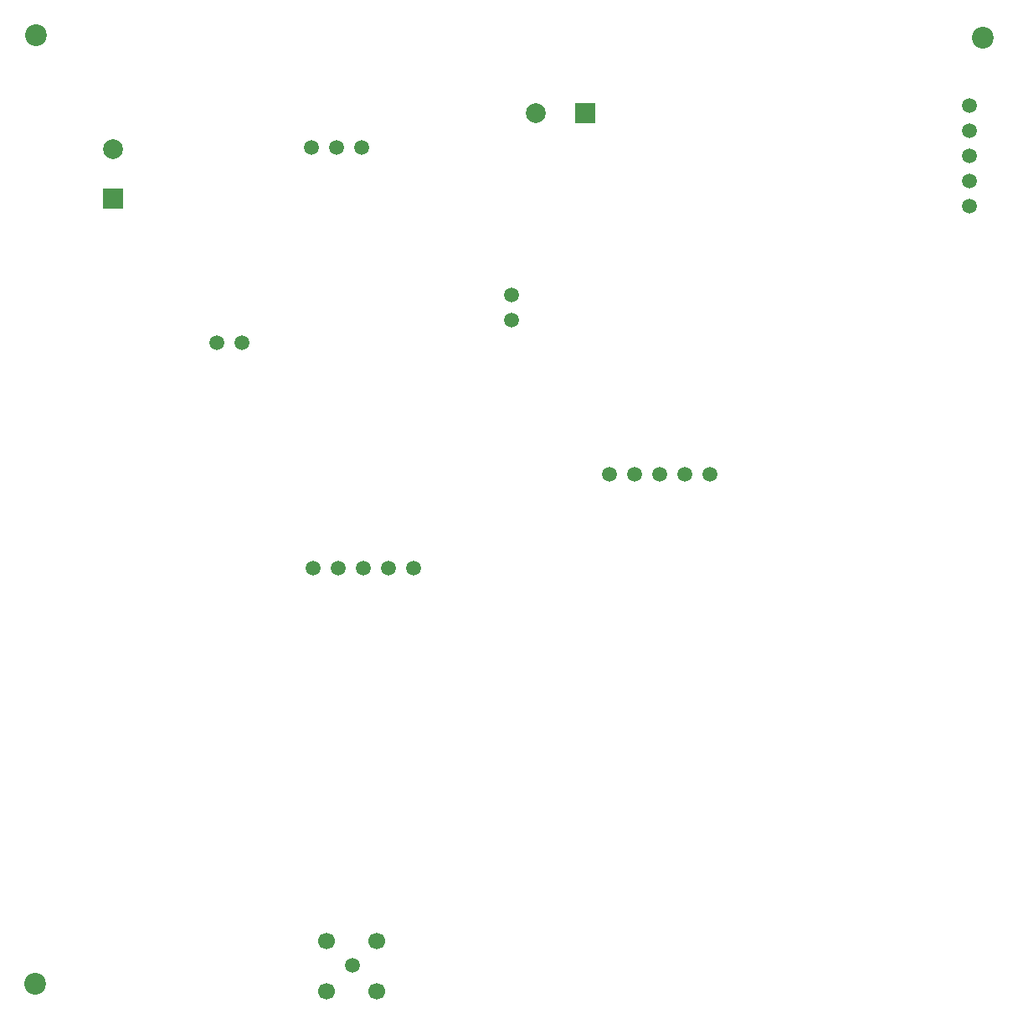
<source format=gbr>
%TF.GenerationSoftware,KiCad,Pcbnew,(5.99.0-10117-g2c3ee0d85f)*%
%TF.CreationDate,2021-04-29T08:13:59+02:00*%
%TF.ProjectId,som asset tracker,736f6d20-6173-4736-9574-20747261636b,rev?*%
%TF.SameCoordinates,Original*%
%TF.FileFunction,Soldermask,Bot*%
%TF.FilePolarity,Negative*%
%FSLAX46Y46*%
G04 Gerber Fmt 4.6, Leading zero omitted, Abs format (unit mm)*
G04 Created by KiCad (PCBNEW (5.99.0-10117-g2c3ee0d85f)) date 2021-04-29 08:13:59*
%MOMM*%
%LPD*%
G01*
G04 APERTURE LIST*
%ADD10R,2.000000X2.000000*%
%ADD11C,2.000000*%
%ADD12C,1.500000*%
%ADD13C,2.200000*%
%ADD14C,1.700000*%
G04 APERTURE END LIST*
D10*
%TO.C,J2*%
X155905000Y-49805000D03*
D11*
X150905000Y-49805000D03*
%TD*%
D12*
%TO.C,J7*%
X118600000Y-73000000D03*
X121140000Y-73000000D03*
%TD*%
%TO.C,J4*%
X128340000Y-95840000D03*
X130880000Y-95840000D03*
X133420000Y-95840000D03*
X135960000Y-95840000D03*
X138500000Y-95840000D03*
%TD*%
D13*
%TO.C,REF\u002A\u002A*%
X100310000Y-41980000D03*
%TD*%
D10*
%TO.C,J1*%
X108145000Y-58455000D03*
D11*
X108145000Y-53455000D03*
%TD*%
D12*
%TO.C,AE1*%
X132300000Y-135950000D03*
D14*
X129700000Y-138550000D03*
X129700000Y-133450000D03*
X134800000Y-138550000D03*
X134800000Y-133450000D03*
%TD*%
D12*
%TO.C,U2*%
X128160000Y-53290000D03*
X130700000Y-53290000D03*
X133240000Y-53290000D03*
%TD*%
%TO.C,J6*%
X148450000Y-68200000D03*
X148450000Y-70740000D03*
%TD*%
%TO.C,J3*%
X194740000Y-59260000D03*
X194740000Y-56720000D03*
X194740000Y-54180000D03*
X194740000Y-51640000D03*
X194740000Y-49100000D03*
%TD*%
%TO.C,J5*%
X158300000Y-86350000D03*
X160840000Y-86350000D03*
X163380000Y-86350000D03*
X165920000Y-86350000D03*
X168460000Y-86350000D03*
%TD*%
D13*
%TO.C,REF\u002A\u002A*%
X196100000Y-42180000D03*
%TD*%
%TO.C,REF\u002A\u002A*%
X100240000Y-137780000D03*
%TD*%
M02*

</source>
